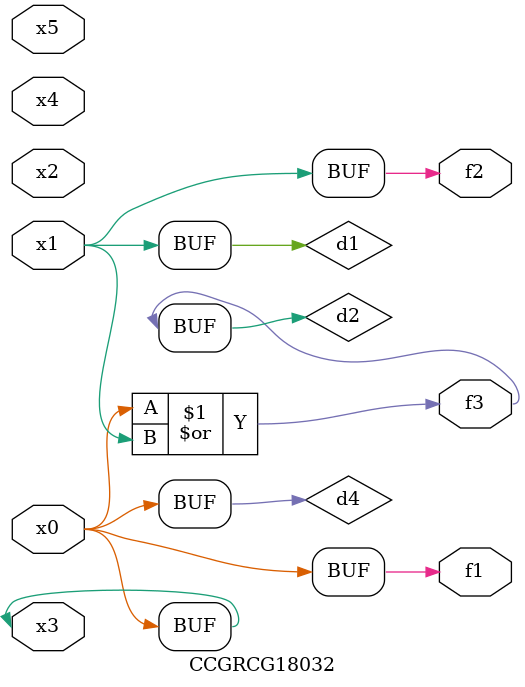
<source format=v>
module CCGRCG18032(
	input x0, x1, x2, x3, x4, x5,
	output f1, f2, f3
);

	wire d1, d2, d3, d4;

	and (d1, x1);
	or (d2, x0, x1);
	nand (d3, x0, x5);
	buf (d4, x0, x3);
	assign f1 = d4;
	assign f2 = d1;
	assign f3 = d2;
endmodule

</source>
